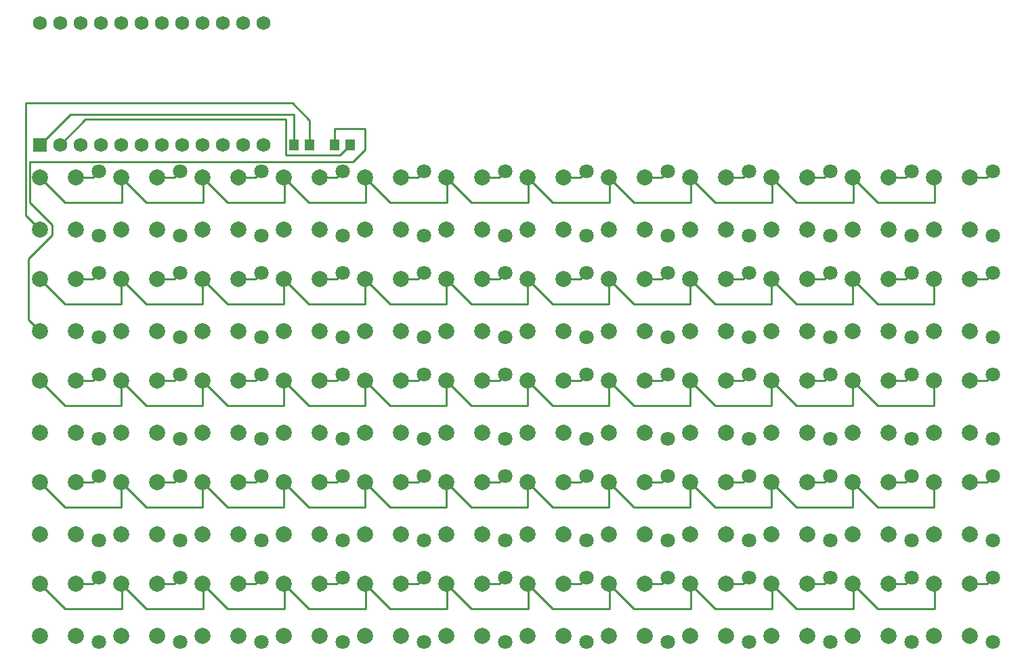
<source format=gtl>
G04 Layer: TopLayer*
G04 EasyEDA v6.5.23, 2023-09-23 11:22:25*
G04 fbaf7024bf8343fa847bd74e200e9744,10*
G04 Gerber Generator version 0.2*
G04 Scale: 100 percent, Rotated: No, Reflected: No *
G04 Dimensions in inches *
G04 leading zeros omitted , absolute positions ,3 integer and 6 decimal *
%FSLAX36Y36*%
%MOIN*%

%AMMACRO1*21,1,$1,$2,0,0,$3*%
%ADD10C,0.0100*%
%ADD11MACRO1,0.0542X0.0446X-90.0000*%
%ADD12MACRO1,0.0542X0.0446X90.0000*%
%ADD13C,0.0709*%
%ADD14C,0.0787*%
%ADD15C,0.0690*%
%ADD16R,0.0690X0.0690*%
%ADD17R,0.0194X0.0690*%

%LPD*%
D10*
X-3460600Y290000D02*
G01*
X-3460600Y410599D01*
X-3545000Y495000D01*
X-4860000Y495000D01*
X-4860000Y-56500D01*
X-4788600Y-127899D01*
X-3339399Y290000D02*
G01*
X-3340000Y370000D01*
X-3190000Y370000D01*
X-3190000Y265000D01*
X-3250000Y205000D01*
X-4840000Y205000D01*
X-4840000Y5000D01*
X-4730000Y-105000D01*
X-4730000Y-155000D01*
X-4845000Y-270000D01*
X-4845000Y-571500D01*
X-4788600Y-627899D01*
X-4690000Y290000D02*
G01*
X-4565000Y415000D01*
X-3580000Y415000D01*
X-3580000Y240000D01*
X-3310600Y240000D01*
X-3260600Y290000D01*
X-3539369Y290000D02*
G01*
X-3539369Y440000D01*
X-4790000Y290000D02*
G01*
X-4640000Y440000D01*
X-3540000Y440000D01*
X-211419Y127950D02*
G01*
X-129530Y127950D01*
X-100000Y157480D01*
X-611419Y127950D02*
G01*
X-529530Y127950D01*
X-500000Y157480D01*
X-1011419Y127950D02*
G01*
X-929530Y127950D01*
X-900000Y157480D01*
X-1411419Y127950D02*
G01*
X-1329530Y127950D01*
X-1300000Y157480D01*
X-1811419Y127950D02*
G01*
X-1729530Y127950D01*
X-1700000Y157480D01*
X-2211419Y127950D02*
G01*
X-2129530Y127950D01*
X-2100000Y157480D01*
X-2611419Y127950D02*
G01*
X-2529530Y127950D01*
X-2500000Y157480D01*
X-3011419Y127950D02*
G01*
X-2929530Y127950D01*
X-2900000Y157480D01*
X-3411419Y127950D02*
G01*
X-3329530Y127950D01*
X-3300000Y157480D01*
X-3811419Y127950D02*
G01*
X-3729530Y127950D01*
X-3700000Y157480D01*
X-4211419Y127950D02*
G01*
X-4129530Y127950D01*
X-4100000Y157480D01*
X-4611419Y127950D02*
G01*
X-4529530Y127950D01*
X-4500000Y157480D01*
X-4611419Y-372049D02*
G01*
X-4529530Y-372049D01*
X-4500000Y-342519D01*
X-4211419Y-372049D02*
G01*
X-4129530Y-372049D01*
X-4100000Y-342519D01*
X-3811419Y-372049D02*
G01*
X-3729530Y-372049D01*
X-3700000Y-342519D01*
X-3411419Y-372049D02*
G01*
X-3329530Y-372049D01*
X-3300000Y-342519D01*
X-3011419Y-372049D02*
G01*
X-2929530Y-372049D01*
X-2900000Y-342519D01*
X-2611419Y-372049D02*
G01*
X-2529530Y-372049D01*
X-2500000Y-342519D01*
X-2211419Y-372049D02*
G01*
X-2129530Y-372049D01*
X-2100000Y-342519D01*
X-1811419Y-372049D02*
G01*
X-1729530Y-372049D01*
X-1700000Y-342519D01*
X-1411419Y-372049D02*
G01*
X-1329530Y-372049D01*
X-1300000Y-342519D01*
X-1011419Y-372049D02*
G01*
X-929530Y-372049D01*
X-900000Y-342519D01*
X-611419Y-372049D02*
G01*
X-529530Y-372049D01*
X-500000Y-342519D01*
X-211419Y-372049D02*
G01*
X-129530Y-372049D01*
X-100000Y-342519D01*
X-211419Y-872049D02*
G01*
X-129530Y-872049D01*
X-100000Y-842519D01*
X-611419Y-872049D02*
G01*
X-529530Y-872049D01*
X-500000Y-842519D01*
X-1011419Y-872049D02*
G01*
X-929530Y-872049D01*
X-900000Y-842519D01*
X-1411419Y-872049D02*
G01*
X-1329530Y-872049D01*
X-1300000Y-842519D01*
X-1811419Y-872049D02*
G01*
X-1729530Y-872049D01*
X-1700000Y-842519D01*
X-2211419Y-872049D02*
G01*
X-2129530Y-872049D01*
X-2100000Y-842519D01*
X-2611419Y-872049D02*
G01*
X-2529530Y-872049D01*
X-2500000Y-842519D01*
X-3011419Y-872049D02*
G01*
X-2929530Y-872049D01*
X-2900000Y-842519D01*
X-3411419Y-872049D02*
G01*
X-3329530Y-872049D01*
X-3300000Y-842519D01*
X-3811419Y-872049D02*
G01*
X-3729530Y-872049D01*
X-3700000Y-842519D01*
X-4211419Y-872049D02*
G01*
X-4129530Y-872049D01*
X-4100000Y-842519D01*
X-4611419Y-872049D02*
G01*
X-4529530Y-872049D01*
X-4500000Y-842519D01*
X-4611419Y-1372049D02*
G01*
X-4529530Y-1372049D01*
X-4500000Y-1342519D01*
X-4211419Y-1372049D02*
G01*
X-4129530Y-1372049D01*
X-4100000Y-1342519D01*
X-3811419Y-1372049D02*
G01*
X-3729530Y-1372049D01*
X-3700000Y-1342519D01*
X-3411419Y-1372049D02*
G01*
X-3329530Y-1372049D01*
X-3300000Y-1342519D01*
X-3011419Y-1372049D02*
G01*
X-2929530Y-1372049D01*
X-2900000Y-1342519D01*
X-2611419Y-1372049D02*
G01*
X-2529530Y-1372049D01*
X-2500000Y-1342519D01*
X-2211419Y-1372049D02*
G01*
X-2129530Y-1372049D01*
X-2100000Y-1342519D01*
X-1811419Y-1372049D02*
G01*
X-1729530Y-1372049D01*
X-1700000Y-1342519D01*
X-1411419Y-1372049D02*
G01*
X-1329530Y-1372049D01*
X-1300000Y-1342519D01*
X-1011419Y-1372049D02*
G01*
X-929530Y-1372049D01*
X-900000Y-1342519D01*
X-611419Y-1372049D02*
G01*
X-529530Y-1372049D01*
X-500000Y-1342519D01*
X-211419Y-1372049D02*
G01*
X-129530Y-1372049D01*
X-100000Y-1342519D01*
X-611419Y-1872049D02*
G01*
X-529530Y-1872049D01*
X-500000Y-1842519D01*
X-211419Y-1872049D02*
G01*
X-129530Y-1872049D01*
X-100000Y-1842519D01*
X-1011419Y-1872049D02*
G01*
X-929530Y-1872049D01*
X-900000Y-1842519D01*
X-1411419Y-1872049D02*
G01*
X-1329530Y-1872049D01*
X-1300000Y-1842519D01*
X-1811419Y-1872049D02*
G01*
X-1729530Y-1872049D01*
X-1700000Y-1842519D01*
X-2211419Y-1872049D02*
G01*
X-2129530Y-1872049D01*
X-2100000Y-1842519D01*
X-2611419Y-1872049D02*
G01*
X-2529530Y-1872049D01*
X-2500000Y-1842519D01*
X-3011419Y-1872049D02*
G01*
X-2929530Y-1872049D01*
X-2900000Y-1842519D01*
X-3411419Y-1872049D02*
G01*
X-3329530Y-1872049D01*
X-3300000Y-1842519D01*
X-3811419Y-1872049D02*
G01*
X-3729530Y-1872049D01*
X-3700000Y-1842519D01*
X-4211419Y-1872049D02*
G01*
X-4129530Y-1872049D01*
X-4100000Y-1842519D01*
X-4611419Y-1872049D02*
G01*
X-4529530Y-1872049D01*
X-4500000Y-1842519D01*
X-4788600Y127899D02*
G01*
X-4665599Y5000D01*
X-4385000Y5000D01*
X-4385000Y124400D01*
X-4388599Y127899D01*
X-4388580Y127950D02*
G01*
X-4265580Y5050D01*
X-3984979Y5050D01*
X-3984979Y124450D01*
X-3988580Y127950D01*
X-3988580Y127950D02*
G01*
X-3865580Y5050D01*
X-3584979Y5050D01*
X-3584979Y124450D01*
X-3588580Y127950D01*
X-3588580Y127950D02*
G01*
X-3465580Y5050D01*
X-3184979Y5050D01*
X-3184979Y124450D01*
X-3188580Y127950D01*
X-3188580Y127950D02*
G01*
X-3065580Y5050D01*
X-2784979Y5050D01*
X-2784979Y124450D01*
X-2788580Y127950D01*
X-2788580Y127950D02*
G01*
X-2665580Y5050D01*
X-2384979Y5050D01*
X-2384979Y124450D01*
X-2388580Y127950D01*
X-2388580Y127950D02*
G01*
X-2265580Y5050D01*
X-1984979Y5050D01*
X-1984979Y124450D01*
X-1988580Y127950D01*
X-1988580Y127950D02*
G01*
X-1865580Y5050D01*
X-1584979Y5050D01*
X-1584979Y124450D01*
X-1588580Y127950D01*
X-1588580Y127950D02*
G01*
X-1465580Y5050D01*
X-1184979Y5050D01*
X-1184979Y124450D01*
X-1188580Y127950D01*
X-1188580Y127950D02*
G01*
X-1065580Y5050D01*
X-784979Y5050D01*
X-784979Y124450D01*
X-788580Y127950D01*
X-788580Y127950D02*
G01*
X-665579Y5050D01*
X-384979Y5050D01*
X-384979Y124450D01*
X-388580Y127950D01*
X-4788600Y-372100D02*
G01*
X-4665700Y-495000D01*
X-4388599Y-495000D01*
X-4388599Y-372100D01*
X-4388580Y-372049D02*
G01*
X-4265680Y-494949D01*
X-3988580Y-494949D01*
X-3988580Y-372049D01*
X-3988580Y-372049D02*
G01*
X-3865680Y-494949D01*
X-3588580Y-494949D01*
X-3588580Y-372049D01*
X-3588580Y-372049D02*
G01*
X-3465680Y-494949D01*
X-3188580Y-494949D01*
X-3188580Y-372049D01*
X-3188580Y-372049D02*
G01*
X-3065680Y-494949D01*
X-2788580Y-494949D01*
X-2788580Y-372049D01*
X-2788580Y-372049D02*
G01*
X-2665680Y-494949D01*
X-2388580Y-494949D01*
X-2388580Y-372049D01*
X-2388580Y-372049D02*
G01*
X-2265680Y-494949D01*
X-1988580Y-494949D01*
X-1988580Y-372049D01*
X-1988580Y-372049D02*
G01*
X-1865680Y-494949D01*
X-1588580Y-494949D01*
X-1588580Y-372049D01*
X-1588580Y-372049D02*
G01*
X-1465680Y-494949D01*
X-1188580Y-494949D01*
X-1188580Y-372049D01*
X-1188580Y-372049D02*
G01*
X-1065680Y-494949D01*
X-788580Y-494949D01*
X-788580Y-372049D01*
X-788580Y-372049D02*
G01*
X-665680Y-494949D01*
X-388580Y-494949D01*
X-388580Y-372049D01*
X-4788600Y-872100D02*
G01*
X-4665599Y-995000D01*
X-4390000Y-995000D01*
X-4390000Y-873499D01*
X-4388599Y-872100D01*
X-4388580Y-872049D02*
G01*
X-4265580Y-994949D01*
X-3989979Y-994949D01*
X-3989979Y-873449D01*
X-3988580Y-872049D01*
X-3988580Y-872049D02*
G01*
X-3865580Y-994949D01*
X-3589979Y-994949D01*
X-3589979Y-873449D01*
X-3588580Y-872049D01*
X-3588580Y-872049D02*
G01*
X-3465580Y-994949D01*
X-3189979Y-994949D01*
X-3189979Y-873449D01*
X-3188580Y-872049D01*
X-3188580Y-872049D02*
G01*
X-3065580Y-994949D01*
X-2789979Y-994949D01*
X-2789979Y-873449D01*
X-2788580Y-872049D01*
X-2788580Y-872049D02*
G01*
X-2665580Y-994949D01*
X-2389979Y-994949D01*
X-2389979Y-873449D01*
X-2388580Y-872049D01*
X-2388580Y-872049D02*
G01*
X-2265580Y-994949D01*
X-1989979Y-994949D01*
X-1989979Y-873449D01*
X-1988580Y-872049D01*
X-1988580Y-872049D02*
G01*
X-1865580Y-994949D01*
X-1589979Y-994949D01*
X-1589979Y-873449D01*
X-1588580Y-872049D01*
X-1588580Y-872049D02*
G01*
X-1465580Y-994949D01*
X-1189979Y-994949D01*
X-1189979Y-873449D01*
X-1188580Y-872049D01*
X-1188580Y-872049D02*
G01*
X-1065580Y-994949D01*
X-789979Y-994949D01*
X-789979Y-873449D01*
X-788580Y-872049D01*
X-788580Y-872049D02*
G01*
X-665579Y-994949D01*
X-389979Y-994949D01*
X-389979Y-873449D01*
X-388580Y-872049D01*
X-4788600Y-1372100D02*
G01*
X-4665599Y-1495000D01*
X-4390000Y-1495000D01*
X-4390000Y-1373499D01*
X-4388599Y-1372100D01*
X-4388580Y-1372049D02*
G01*
X-4265580Y-1494949D01*
X-3989979Y-1494949D01*
X-3989979Y-1373449D01*
X-3988580Y-1372049D01*
X-3988580Y-1372049D02*
G01*
X-3865580Y-1494949D01*
X-3589979Y-1494949D01*
X-3589979Y-1373449D01*
X-3588580Y-1372049D01*
X-3588580Y-1372049D02*
G01*
X-3465580Y-1494949D01*
X-3189979Y-1494949D01*
X-3189979Y-1373449D01*
X-3188580Y-1372049D01*
X-3188580Y-1372049D02*
G01*
X-3065580Y-1494949D01*
X-2789979Y-1494949D01*
X-2789979Y-1373449D01*
X-2788580Y-1372049D01*
X-2788580Y-1372049D02*
G01*
X-2665580Y-1494949D01*
X-2389979Y-1494949D01*
X-2389979Y-1373449D01*
X-2388580Y-1372049D01*
X-2388580Y-1372049D02*
G01*
X-2265580Y-1494949D01*
X-1989979Y-1494949D01*
X-1989979Y-1373449D01*
X-1988580Y-1372049D01*
X-1988580Y-1372049D02*
G01*
X-1865580Y-1494949D01*
X-1589979Y-1494949D01*
X-1589979Y-1373449D01*
X-1588580Y-1372049D01*
X-1588580Y-1372049D02*
G01*
X-1465580Y-1494949D01*
X-1189979Y-1494949D01*
X-1189979Y-1373449D01*
X-1188580Y-1372049D01*
X-1188580Y-1372049D02*
G01*
X-1065580Y-1494949D01*
X-789979Y-1494949D01*
X-789979Y-1373449D01*
X-788580Y-1372049D01*
X-788580Y-1372049D02*
G01*
X-665579Y-1494949D01*
X-389979Y-1494949D01*
X-389979Y-1373449D01*
X-388580Y-1372049D01*
X-4788600Y-1872100D02*
G01*
X-4665599Y-1995000D01*
X-4385000Y-1995000D01*
X-4385000Y-1875599D01*
X-4388599Y-1872100D01*
X-4388580Y-1872049D02*
G01*
X-4265580Y-1994949D01*
X-3984979Y-1994949D01*
X-3984979Y-1875549D01*
X-3988580Y-1872049D01*
X-3988580Y-1872049D02*
G01*
X-3865580Y-1994949D01*
X-3584979Y-1994949D01*
X-3584979Y-1875549D01*
X-3588580Y-1872049D01*
X-3588580Y-1872049D02*
G01*
X-3465580Y-1994949D01*
X-3184979Y-1994949D01*
X-3184979Y-1875549D01*
X-3188580Y-1872049D01*
X-3188580Y-1872049D02*
G01*
X-3065580Y-1994949D01*
X-2784979Y-1994949D01*
X-2784979Y-1875549D01*
X-2788580Y-1872049D01*
X-2788580Y-1872049D02*
G01*
X-2665580Y-1994949D01*
X-2384979Y-1994949D01*
X-2384979Y-1875549D01*
X-2388580Y-1872049D01*
X-2388580Y-1872049D02*
G01*
X-2265580Y-1994949D01*
X-1984979Y-1994949D01*
X-1984979Y-1875549D01*
X-1988580Y-1872049D01*
X-1988580Y-1872049D02*
G01*
X-1865580Y-1994949D01*
X-1584979Y-1994949D01*
X-1584979Y-1875549D01*
X-1588580Y-1872049D01*
X-1588580Y-1872049D02*
G01*
X-1465580Y-1994949D01*
X-1184979Y-1994949D01*
X-1184979Y-1875549D01*
X-1188580Y-1872049D01*
X-1188580Y-1872049D02*
G01*
X-1065580Y-1994949D01*
X-784979Y-1994949D01*
X-784979Y-1875549D01*
X-788580Y-1872049D01*
X-788580Y-1872049D02*
G01*
X-665579Y-1994949D01*
X-384979Y-1994949D01*
X-384979Y-1875549D01*
X-388580Y-1872049D01*
D11*
G01*
X-3539371Y290000D03*
G01*
X-3460628Y290000D03*
D12*
G01*
X-3260628Y290000D03*
G01*
X-3339371Y290000D03*
D13*
G01*
X-4500000Y-1842519D03*
G01*
X-4500000Y-2157480D03*
G01*
X-4100000Y-1842519D03*
G01*
X-4100000Y-2157480D03*
G01*
X-3700000Y-1842519D03*
G01*
X-3700000Y-2157480D03*
G01*
X-3300000Y-1842519D03*
G01*
X-3300000Y-2157480D03*
G01*
X-2900000Y-1842519D03*
G01*
X-2900000Y-2157480D03*
G01*
X-2500000Y-1842519D03*
G01*
X-2500000Y-2157480D03*
G01*
X-2100000Y-1842519D03*
G01*
X-2100000Y-2157480D03*
G01*
X-1700000Y-1842519D03*
G01*
X-1700000Y-2157480D03*
G01*
X-1300000Y-1842519D03*
G01*
X-1300000Y-2157480D03*
G01*
X-900000Y-1842519D03*
G01*
X-900000Y-2157480D03*
G01*
X-500000Y-1842519D03*
G01*
X-500000Y-2157480D03*
G01*
X-100000Y-1842519D03*
G01*
X-100000Y-2157480D03*
D14*
G01*
X-4611419Y-2127950D03*
G01*
X-4611419Y-1872049D03*
G01*
X-4788580Y-1872049D03*
G01*
X-4788580Y-2127950D03*
G01*
X-4211419Y-2127950D03*
G01*
X-4211419Y-1872049D03*
G01*
X-4388580Y-1872049D03*
G01*
X-4388580Y-2127950D03*
G01*
X-3811419Y-2127950D03*
G01*
X-3811419Y-1872049D03*
G01*
X-3988580Y-1872049D03*
G01*
X-3988580Y-2127950D03*
G01*
X-3411419Y-2127950D03*
G01*
X-3411419Y-1872049D03*
G01*
X-3588580Y-1872049D03*
G01*
X-3588580Y-2127950D03*
G01*
X-3011419Y-2127950D03*
G01*
X-3011419Y-1872049D03*
G01*
X-3188580Y-1872049D03*
G01*
X-3188580Y-2127950D03*
G01*
X-2611419Y-2127950D03*
G01*
X-2611419Y-1872049D03*
G01*
X-2788580Y-1872049D03*
G01*
X-2788580Y-2127950D03*
G01*
X-2211419Y-2127950D03*
G01*
X-2211419Y-1872049D03*
G01*
X-2388580Y-1872049D03*
G01*
X-2388580Y-2127950D03*
G01*
X-1811419Y-2127950D03*
G01*
X-1811419Y-1872049D03*
G01*
X-1988580Y-1872049D03*
G01*
X-1988580Y-2127950D03*
G01*
X-1411419Y-2127950D03*
G01*
X-1411419Y-1872049D03*
G01*
X-1588580Y-1872049D03*
G01*
X-1588580Y-2127950D03*
G01*
X-1011419Y-2127950D03*
G01*
X-1011419Y-1872049D03*
G01*
X-1188580Y-1872049D03*
G01*
X-1188580Y-2127950D03*
G01*
X-611419Y-2127950D03*
G01*
X-611419Y-1872049D03*
G01*
X-788580Y-1872049D03*
G01*
X-788580Y-2127950D03*
G01*
X-211419Y-2127950D03*
G01*
X-211419Y-1872049D03*
G01*
X-388580Y-1872049D03*
G01*
X-388580Y-2127950D03*
D13*
G01*
X-4500000Y-342519D03*
G01*
X-4500000Y-657480D03*
G01*
X-4100000Y-342519D03*
G01*
X-4100000Y-657480D03*
G01*
X-3700000Y-342519D03*
G01*
X-3700000Y-657480D03*
G01*
X-3300000Y-342519D03*
G01*
X-3300000Y-657480D03*
G01*
X-2900000Y-342519D03*
G01*
X-2900000Y-657480D03*
G01*
X-2500000Y-342519D03*
G01*
X-2500000Y-657480D03*
G01*
X-2100000Y-342519D03*
G01*
X-2100000Y-657480D03*
G01*
X-1700000Y-342519D03*
G01*
X-1700000Y-657480D03*
G01*
X-1300000Y-342519D03*
G01*
X-1300000Y-657480D03*
G01*
X-900000Y-342519D03*
G01*
X-900000Y-657480D03*
G01*
X-500000Y-342519D03*
G01*
X-500000Y-657480D03*
G01*
X-100000Y-342519D03*
G01*
X-100000Y-657480D03*
G01*
X-4500000Y-842519D03*
G01*
X-4500000Y-1157480D03*
G01*
X-4100000Y-842519D03*
G01*
X-4100000Y-1157480D03*
G01*
X-3700000Y-842519D03*
G01*
X-3700000Y-1157480D03*
G01*
X-3300000Y-842519D03*
G01*
X-3300000Y-1157480D03*
G01*
X-2900000Y-842519D03*
G01*
X-2900000Y-1157480D03*
G01*
X-2500000Y-842519D03*
G01*
X-2500000Y-1157480D03*
G01*
X-2100000Y-842519D03*
G01*
X-2100000Y-1157480D03*
G01*
X-1700000Y-842519D03*
G01*
X-1700000Y-1157480D03*
G01*
X-1300000Y-842519D03*
G01*
X-1300000Y-1157480D03*
G01*
X-900000Y-842519D03*
G01*
X-900000Y-1157480D03*
G01*
X-500000Y-842519D03*
G01*
X-500000Y-1157480D03*
G01*
X-100000Y-842519D03*
G01*
X-100000Y-1157480D03*
G01*
X-4500000Y-1342519D03*
G01*
X-4500000Y-1657480D03*
G01*
X-4100000Y-1342519D03*
G01*
X-4100000Y-1657480D03*
G01*
X-3700000Y-1342519D03*
G01*
X-3700000Y-1657480D03*
G01*
X-3300000Y-1342519D03*
G01*
X-3300000Y-1657480D03*
G01*
X-2900000Y-1342519D03*
G01*
X-2900000Y-1657480D03*
G01*
X-2500000Y-1342519D03*
G01*
X-2500000Y-1657480D03*
G01*
X-2100000Y-1342519D03*
G01*
X-2100000Y-1657480D03*
G01*
X-1700000Y-1342519D03*
G01*
X-1700000Y-1657480D03*
G01*
X-1300000Y-1342519D03*
G01*
X-1300000Y-1657480D03*
G01*
X-900000Y-1342519D03*
G01*
X-900000Y-1657480D03*
G01*
X-500000Y-1342519D03*
G01*
X-500000Y-1657480D03*
G01*
X-100000Y-1342519D03*
G01*
X-100000Y-1657480D03*
D14*
G01*
X-4611419Y-627950D03*
G01*
X-4611419Y-372049D03*
G01*
X-4788580Y-372049D03*
G01*
X-4788580Y-627950D03*
G01*
X-4211419Y-627950D03*
G01*
X-4211419Y-372049D03*
G01*
X-4388580Y-372049D03*
G01*
X-4388580Y-627950D03*
G01*
X-3811419Y-627950D03*
G01*
X-3811419Y-372049D03*
G01*
X-3988580Y-372049D03*
G01*
X-3988580Y-627950D03*
G01*
X-3411419Y-627950D03*
G01*
X-3411419Y-372049D03*
G01*
X-3588580Y-372049D03*
G01*
X-3588580Y-627950D03*
G01*
X-3011419Y-627950D03*
G01*
X-3011419Y-372049D03*
G01*
X-3188580Y-372049D03*
G01*
X-3188580Y-627950D03*
G01*
X-2611419Y-627950D03*
G01*
X-2611419Y-372049D03*
G01*
X-2788580Y-372049D03*
G01*
X-2788580Y-627950D03*
G01*
X-2211419Y-627950D03*
G01*
X-2211419Y-372049D03*
G01*
X-2388580Y-372049D03*
G01*
X-2388580Y-627950D03*
G01*
X-1811419Y-627950D03*
G01*
X-1811419Y-372049D03*
G01*
X-1988580Y-372049D03*
G01*
X-1988580Y-627950D03*
G01*
X-1411419Y-627950D03*
G01*
X-1411419Y-372049D03*
G01*
X-1588580Y-372049D03*
G01*
X-1588580Y-627950D03*
G01*
X-1011419Y-627950D03*
G01*
X-1011419Y-372049D03*
G01*
X-1188580Y-372049D03*
G01*
X-1188580Y-627950D03*
G01*
X-611419Y-627950D03*
G01*
X-611419Y-372049D03*
G01*
X-788580Y-372049D03*
G01*
X-788580Y-627950D03*
G01*
X-211419Y-627950D03*
G01*
X-211419Y-372049D03*
G01*
X-388580Y-372049D03*
G01*
X-388580Y-627950D03*
G01*
X-4611419Y-1127950D03*
G01*
X-4611419Y-872049D03*
G01*
X-4788580Y-872049D03*
G01*
X-4788580Y-1127950D03*
G01*
X-4211419Y-1127950D03*
G01*
X-4211419Y-872049D03*
G01*
X-4388580Y-872049D03*
G01*
X-4388580Y-1127950D03*
G01*
X-3811419Y-1127950D03*
G01*
X-3811419Y-872049D03*
G01*
X-3988580Y-872049D03*
G01*
X-3988580Y-1127950D03*
G01*
X-3411419Y-1127950D03*
G01*
X-3411419Y-872049D03*
G01*
X-3588580Y-872049D03*
G01*
X-3588580Y-1127950D03*
G01*
X-3011419Y-1127950D03*
G01*
X-3011419Y-872049D03*
G01*
X-3188580Y-872049D03*
G01*
X-3188580Y-1127950D03*
G01*
X-2611419Y-1127950D03*
G01*
X-2611419Y-872049D03*
G01*
X-2788580Y-872049D03*
G01*
X-2788580Y-1127950D03*
G01*
X-2211419Y-1127950D03*
G01*
X-2211419Y-872049D03*
G01*
X-2388580Y-872049D03*
G01*
X-2388580Y-1127950D03*
G01*
X-1811419Y-1127950D03*
G01*
X-1811419Y-872049D03*
G01*
X-1988580Y-872049D03*
G01*
X-1988580Y-1127950D03*
G01*
X-1411419Y-1127950D03*
G01*
X-1411419Y-872049D03*
G01*
X-1588580Y-872049D03*
G01*
X-1588580Y-1127950D03*
G01*
X-1011419Y-1127950D03*
G01*
X-1011419Y-872049D03*
G01*
X-1188580Y-872049D03*
G01*
X-1188580Y-1127950D03*
G01*
X-611419Y-1127950D03*
G01*
X-611419Y-872049D03*
G01*
X-788580Y-872049D03*
G01*
X-788580Y-1127950D03*
G01*
X-211419Y-1127950D03*
G01*
X-211419Y-872049D03*
G01*
X-388580Y-872049D03*
G01*
X-388580Y-1127950D03*
G01*
X-4611419Y-1627950D03*
G01*
X-4611419Y-1372049D03*
G01*
X-4788580Y-1372049D03*
G01*
X-4788580Y-1627950D03*
G01*
X-4211419Y-1627950D03*
G01*
X-4211419Y-1372049D03*
G01*
X-4388580Y-1372049D03*
G01*
X-4388580Y-1627950D03*
G01*
X-3811419Y-1627950D03*
G01*
X-3811419Y-1372049D03*
G01*
X-3988580Y-1372049D03*
G01*
X-3988580Y-1627950D03*
G01*
X-3411419Y-1627950D03*
G01*
X-3411419Y-1372049D03*
G01*
X-3588580Y-1372049D03*
G01*
X-3588580Y-1627950D03*
G01*
X-3011419Y-1627950D03*
G01*
X-3011419Y-1372049D03*
G01*
X-3188580Y-1372049D03*
G01*
X-3188580Y-1627950D03*
G01*
X-2611419Y-1627950D03*
G01*
X-2611419Y-1372049D03*
G01*
X-2788580Y-1372049D03*
G01*
X-2788580Y-1627950D03*
G01*
X-2211419Y-1627950D03*
G01*
X-2211419Y-1372049D03*
G01*
X-2388580Y-1372049D03*
G01*
X-2388580Y-1627950D03*
G01*
X-1811419Y-1627950D03*
G01*
X-1811419Y-1372049D03*
G01*
X-1988580Y-1372049D03*
G01*
X-1988580Y-1627950D03*
G01*
X-1411419Y-1627950D03*
G01*
X-1411419Y-1372049D03*
G01*
X-1588580Y-1372049D03*
G01*
X-1588580Y-1627950D03*
G01*
X-1011419Y-1627950D03*
G01*
X-1011419Y-1372049D03*
G01*
X-1188580Y-1372049D03*
G01*
X-1188580Y-1627950D03*
G01*
X-611419Y-1627950D03*
G01*
X-611419Y-1372049D03*
G01*
X-788580Y-1372049D03*
G01*
X-788580Y-1627950D03*
G01*
X-211419Y-1627950D03*
G01*
X-211419Y-1372049D03*
G01*
X-388580Y-1372049D03*
G01*
X-388580Y-1627950D03*
D13*
G01*
X-4500000Y157480D03*
G01*
X-4500000Y-157480D03*
D14*
G01*
X-4611419Y-127950D03*
G01*
X-4611419Y127950D03*
G01*
X-4788580Y127950D03*
G01*
X-4788580Y-127950D03*
D15*
G01*
X-4790000Y890000D03*
G01*
X-3690000Y290000D03*
G01*
X-4690000Y890000D03*
G01*
X-4590000Y890000D03*
G01*
X-4490000Y890000D03*
G01*
X-4390000Y890000D03*
G01*
X-4290000Y890000D03*
G01*
X-4190000Y890000D03*
G01*
X-4090000Y890000D03*
G01*
X-3990000Y890000D03*
G01*
X-3890000Y890000D03*
G01*
X-3790000Y890000D03*
G01*
X-3690000Y890000D03*
G01*
X-3790000Y290000D03*
G01*
X-3890000Y290000D03*
G01*
X-3990000Y290000D03*
G01*
X-4090000Y290000D03*
G01*
X-4190000Y290000D03*
G01*
X-4290000Y290000D03*
G01*
X-4390000Y290000D03*
G01*
X-4490000Y290000D03*
G01*
X-4590000Y290000D03*
G01*
X-4690000Y290000D03*
D16*
G01*
X-4790000Y290000D03*
D13*
G01*
X-4100000Y157480D03*
G01*
X-4100000Y-157480D03*
G01*
X-3700000Y157480D03*
G01*
X-3700000Y-157480D03*
G01*
X-3300000Y157480D03*
G01*
X-3300000Y-157480D03*
G01*
X-2900000Y157480D03*
G01*
X-2900000Y-157480D03*
G01*
X-2500000Y157480D03*
G01*
X-2500000Y-157480D03*
G01*
X-2100000Y157480D03*
G01*
X-2100000Y-157480D03*
G01*
X-1300000Y157480D03*
G01*
X-1300000Y-157480D03*
G01*
X-900000Y157480D03*
G01*
X-900000Y-157480D03*
G01*
X-500000Y157480D03*
G01*
X-500000Y-157480D03*
G01*
X-100000Y157480D03*
G01*
X-100000Y-157480D03*
D14*
G01*
X-4211419Y-127950D03*
G01*
X-4211419Y127950D03*
G01*
X-4388580Y127950D03*
G01*
X-4388580Y-127950D03*
G01*
X-3811419Y-127950D03*
G01*
X-3811419Y127950D03*
G01*
X-3988580Y127950D03*
G01*
X-3988580Y-127950D03*
G01*
X-3411419Y-127950D03*
G01*
X-3411419Y127950D03*
G01*
X-3588580Y127950D03*
G01*
X-3588580Y-127950D03*
G01*
X-3011419Y-127950D03*
G01*
X-3011419Y127950D03*
G01*
X-3188580Y127950D03*
G01*
X-3188580Y-127950D03*
G01*
X-2611419Y-127950D03*
G01*
X-2611419Y127950D03*
G01*
X-2788580Y127950D03*
G01*
X-2788580Y-127950D03*
G01*
X-2211419Y-127950D03*
G01*
X-2211419Y127950D03*
G01*
X-2388580Y127950D03*
G01*
X-2388580Y-127950D03*
G01*
X-1811419Y-127950D03*
G01*
X-1811419Y127950D03*
G01*
X-1988580Y127950D03*
G01*
X-1988580Y-127950D03*
G01*
X-1411419Y-127950D03*
G01*
X-1411419Y127950D03*
G01*
X-1588580Y127950D03*
G01*
X-1588580Y-127950D03*
G01*
X-1011419Y-127950D03*
G01*
X-1011419Y127950D03*
G01*
X-1188580Y127950D03*
G01*
X-1188580Y-127950D03*
G01*
X-611419Y-127950D03*
G01*
X-611419Y127950D03*
G01*
X-788580Y127950D03*
G01*
X-788580Y-127950D03*
G01*
X-211419Y-127950D03*
G01*
X-211419Y127950D03*
G01*
X-388580Y127950D03*
G01*
X-388580Y-127950D03*
D13*
G01*
X-1700000Y157480D03*
G01*
X-1700000Y-157480D03*
M02*

</source>
